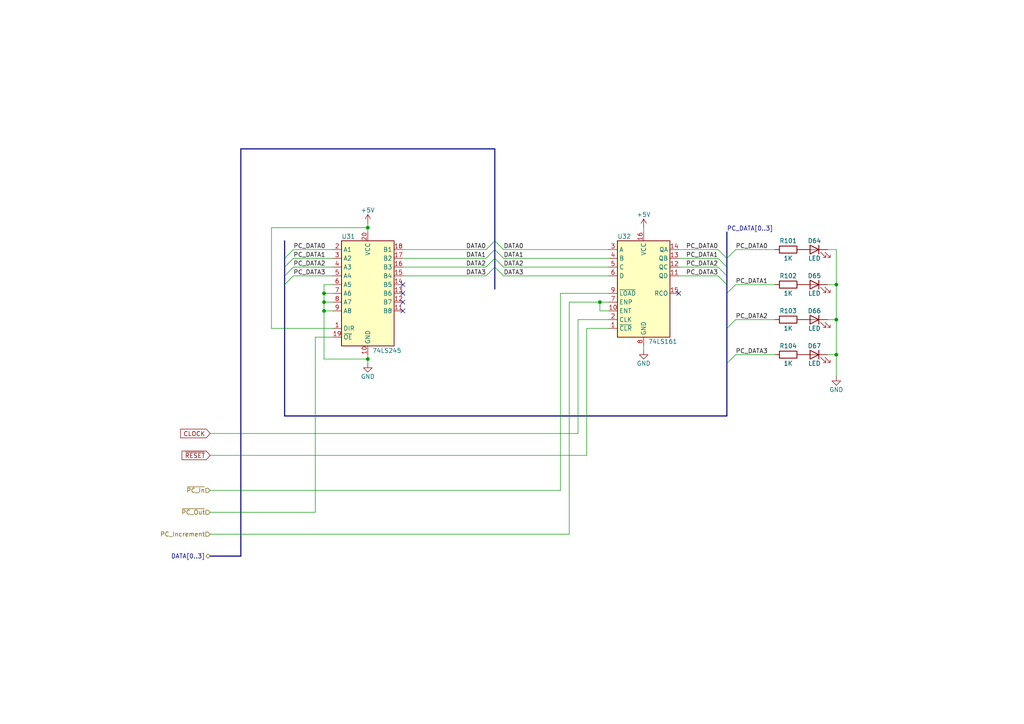
<source format=kicad_sch>
(kicad_sch (version 20231120) (generator "eeschema") (generator_version "8.0")
  (paper "A4")
  (title_block (title "8-Bit Computer - Program Counter Module") (date "2024-03-10") (rev "1") (comment 1 "Creator: Matan Brightbert"))
  (lib_symbols
    (symbol "Custom:74LS161"
      (property "Reference" "U" (at -7.62 15.24 0))
      (property "Value" "74LS161" (at 1.27 -15.24 0))
      (symbol "74LS161_0_1"
        (rectangle (start -7.62 13.97) (end 7.62 -13.97) (stroke (width 0.254)) (fill (type background)))
      )
      (symbol "74LS161_1_1"
        (pin input line (at -10.16 -11.43 0) (length 2.54) (name "~{CLR}") (number "1"))
        (pin input line (at -10.16 -6.35 0) (length 2.54) (name "ENT") (number "10"))
        (pin output line (at 10.16 3.81 180) (length 2.54) (name "QD") (number "11"))
        (pin output line (at 10.16 6.35 180) (length 2.54) (name "QC") (number "12"))
        (pin output line (at 10.16 8.89 180) (length 2.54) (name "QB") (number "13"))
        (pin output line (at 10.16 11.43 180) (length 2.54) (name "QA") (number "14"))
        (pin output line (at 10.16 -1.27 180) (length 2.54) (name "RCO") (number "15"))
        (pin power_in line (at 0 16.51 270) (length 2.54) (name "VCC") (number "16"))
        (pin input line (at -10.16 -8.89 0) (length 2.54) (name "CLK") (number "2"))
        (pin input line (at -10.16 11.43 0) (length 2.54) (name "A") (number "3"))
        (pin input line (at -10.16 8.89 0) (length 2.54) (name "B") (number "4"))
        (pin input line (at -10.16 6.35 0) (length 2.54) (name "C") (number "5"))
        (pin input line (at -10.16 3.81 0) (length 2.54) (name "D") (number "6"))
        (pin input line (at -10.16 -3.81 0) (length 2.54) (name "ENP") (number "7"))
        (pin power_in line (at 0 -16.51 90) (length 2.54) (name "GND") (number "8"))
        (pin input line (at -10.16 -1.27 0) (length 2.54) (name "~{LOAD}") (number "9"))
      )
    )
    (symbol "Custom:74LS245"
      (property "Reference" "U" (at -7.62 16.51 0))
      (property "Value" "74LS245" (at 1.27 -16.51 0))
      (symbol "74LS245_0_1"
        (rectangle (start -7.62 15.24) (end 7.62 -15.24) (stroke (width 0.254)) (fill (type background)))
      )
      (symbol "74LS245_1_1"
        (pin input line (at -10.16 -10.16 0) (length 2.54) (name "DIR") (number "1"))
        (pin power_in line (at 0 -17.78 90) (length 2.54) (name "GND") (number "10"))
        (pin bidirectional line (at 10.16 -5.08 180) (length 2.54) (name "B8") (number "11"))
        (pin bidirectional line (at 10.16 -2.54 180) (length 2.54) (name "B7") (number "12"))
        (pin bidirectional line (at 10.16 0 180) (length 2.54) (name "B6") (number "13"))
        (pin bidirectional line (at 10.16 2.54 180) (length 2.54) (name "B5") (number "14"))
        (pin bidirectional line (at 10.16 5.08 180) (length 2.54) (name "B4") (number "15"))
        (pin bidirectional line (at 10.16 7.62 180) (length 2.54) (name "B3") (number "16"))
        (pin bidirectional line (at 10.16 10.16 180) (length 2.54) (name "B2") (number "17"))
        (pin bidirectional line (at 10.16 12.7 180) (length 2.54) (name "B1") (number "18"))
        (pin input line (at -10.16 -12.7 0) (length 2.54) (name "~{OE}") (number "19"))
        (pin bidirectional line (at -10.16 12.7 0) (length 2.54) (name "A1") (number "2"))
        (pin power_in line (at 0 17.78 270) (length 2.54) (name "VCC") (number "20"))
        (pin bidirectional line (at -10.16 10.16 0) (length 2.54) (name "A2") (number "3"))
        (pin bidirectional line (at -10.16 7.62 0) (length 2.54) (name "A3") (number "4"))
        (pin bidirectional line (at -10.16 5.08 0) (length 2.54) (name "A4") (number "5"))
        (pin bidirectional line (at -10.16 2.54 0) (length 2.54) (name "A5") (number "6"))
        (pin bidirectional line (at -10.16 0 0) (length 2.54) (name "A6") (number "7"))
        (pin bidirectional line (at -10.16 -2.54 0) (length 2.54) (name "A7") (number "8"))
        (pin bidirectional line (at -10.16 -5.08 0) (length 2.54) (name "A8") (number "9"))
      )
    )
    (symbol "Device:LED" (pin_numbers hide) (pin_names (offset 1.016) hide)
      (property "Reference" "D" (at 0 2.54 0))
      (property "Value" "LED" (at 0 -2.54 0))
      (symbol "LED_0_1"
        (polyline (pts (xy -1.27 -1.27) (xy -1.27 1.27)) (stroke (width 0.254)))
        (polyline (pts (xy -1.27 0) (xy 1.27 0)))
        (polyline (pts (xy 1.27 -1.27) (xy 1.27 1.27) (xy -1.27 0) (xy 1.27 -1.27)) (stroke (width 0.254)))
        (polyline (pts (xy -3.048 -0.762) (xy -4.572 -2.286) (xy -3.81 -2.286) (xy -4.572 -2.286) (xy -4.572 -1.524)))
        (polyline (pts (xy -1.778 -0.762) (xy -3.302 -2.286) (xy -2.54 -2.286) (xy -3.302 -2.286) (xy -3.302 -1.524)))
      )
      (symbol "LED_1_1"
        (pin passive line (at -3.81 0 0) (length 2.54) (name "K") (number "1"))
        (pin passive line (at 3.81 0 180) (length 2.54) (name "A") (number "2"))
      )
    )
    (symbol "Device:R" (pin_numbers hide) (pin_names (offset 0))
      (property "Reference" "R" (at 2.032 0 90))
      (property "Value" "R" (at 0 0 90))
      (symbol "R_0_1"
        (rectangle (start -1.016 -2.54) (end 1.016 2.54) (stroke (width 0.254)))
      )
      (symbol "R_1_1"
        (pin passive line (at 0 3.81 270) (length 1.27) (name "~") (number "1"))
        (pin passive line (at 0 -3.81 90) (length 1.27) (name "~") (number "2"))
      )
    )
    (symbol "power:+5V" (power) (pin_numbers hide) (pin_names (offset 0) hide)
      (property "Value" "+5V" (at 0 3.556 0))
      (symbol "+5V_0_1"
        (polyline (pts (xy -0.762 1.27) (xy 0 2.54)))
        (polyline (pts (xy 0 0) (xy 0 2.54)))
        (polyline (pts (xy 0 2.54) (xy 0.762 1.27)))
      )
      (symbol "+5V_1_1"
        (pin power_in line (at 0 0 90) (length 0) (name "~") (number "1"))
      )
    )
    (symbol "power:GND" (power) (pin_numbers hide) (pin_names (offset 0) hide)
      (property "Value" "GND" (at 0 -3.81 0))
      (symbol "GND_0_1"
        (polyline (pts (xy 0 0) (xy 0 -1.27) (xy 1.27 -1.27) (xy 0 -2.54) (xy -1.27 -1.27) (xy 0 -1.27)))
      )
      (symbol "GND_1_1"
        (pin power_in line (at 0 0 270) (length 0) (name "~") (number "1"))
      )
    )
  )
  (junction (at 242.57 102.87))
  (junction (at 106.68 104.14))
  (junction (at 93.98 87.63))
  (junction (at 242.57 82.55))
  (junction (at 93.98 90.17))
  (junction (at 173.99 87.63))
  (junction (at 93.98 85.09))
  (junction (at 242.57 92.71))
  (junction (at 106.68 66.04))
  (no_connect (at 116.84 90.17))
  (no_connect (at 116.84 85.09))
  (no_connect (at 116.84 82.55))
  (no_connect (at 116.84 87.63))
  (no_connect (at 196.85 85.09))
  (bus_entry (at 143.51 69.85) (size 2.54 2.54))
  (bus_entry (at 208.28 74.93) (size 2.54 2.54))
  (bus_entry (at 143.51 72.39) (size -2.54 2.54))
  (bus_entry (at 143.51 77.47) (size -2.54 2.54))
  (bus_entry (at 213.36 72.39) (size -2.54 2.54))
  (bus_entry (at 208.28 77.47) (size 2.54 2.54))
  (bus_entry (at 208.28 72.39) (size 2.54 2.54))
  (bus_entry (at 213.36 82.55) (size -2.54 2.54))
  (bus_entry (at 143.51 74.93) (size -2.54 2.54))
  (bus_entry (at 143.51 77.47) (size 2.54 2.54))
  (bus_entry (at 85.09 80.01) (size -2.54 2.54))
  (bus_entry (at 213.36 92.71) (size -2.54 2.54))
  (bus_entry (at 85.09 72.39) (size -2.54 2.54))
  (bus_entry (at 85.09 77.47) (size -2.54 2.54))
  (bus_entry (at 143.51 74.93) (size 2.54 2.54))
  (bus_entry (at 143.51 72.39) (size 2.54 2.54))
  (bus_entry (at 208.28 80.01) (size 2.54 2.54))
  (bus_entry (at 85.09 74.93) (size -2.54 2.54))
  (bus_entry (at 213.36 102.87) (size -2.54 2.54))
  (bus_entry (at 143.51 69.85) (size -2.54 2.54))
  (wire (pts (xy 146.05 80.01) (xy 176.53 80.01)))
  (wire (pts (xy 167.64 92.71) (xy 176.53 92.71)))
  (wire (pts (xy 60.96 154.94) (xy 165.1 154.94)))
  (wire (pts (xy 173.99 87.63) (xy 165.1 87.63)))
  (wire (pts (xy 96.52 77.47) (xy 85.09 77.47)))
  (wire (pts (xy 106.68 64.77) (xy 106.68 66.04)))
  (wire (pts (xy 96.52 80.01) (xy 85.09 80.01)))
  (wire (pts (xy 186.69 66.04) (xy 186.69 67.31)))
  (wire (pts (xy 167.64 92.71) (xy 167.64 125.73)))
  (wire (pts (xy 91.44 97.79) (xy 96.52 97.79)))
  (wire (pts (xy 106.68 66.04) (xy 106.68 67.31)))
  (wire (pts (xy 60.96 132.08) (xy 170.18 132.08)))
  (wire (pts (xy 146.05 72.39) (xy 176.53 72.39)))
  (bus (pts (xy 82.55 77.47) (xy 82.55 80.01)))
  (wire (pts (xy 162.56 85.09) (xy 162.56 142.24)))
  (bus (pts (xy 210.82 85.09) (xy 210.82 95.25)))
  (wire (pts (xy 186.69 100.33) (xy 186.69 101.6)))
  (wire (pts (xy 173.99 87.63) (xy 176.53 87.63)))
  (wire (pts (xy 242.57 92.71) (xy 242.57 102.87)))
  (bus (pts (xy 143.51 77.47) (xy 143.51 83.82)))
  (bus (pts (xy 82.55 120.65) (xy 210.82 120.65)))
  (bus (pts (xy 82.55 69.85) (xy 82.55 74.93)))
  (wire (pts (xy 196.85 74.93) (xy 208.28 74.93)))
  (wire (pts (xy 196.85 80.01) (xy 208.28 80.01)))
  (wire (pts (xy 170.18 95.25) (xy 170.18 132.08)))
  (bus (pts (xy 210.82 77.47) (xy 210.82 80.01)))
  (wire (pts (xy 242.57 92.71) (xy 240.03 92.71)))
  (bus (pts (xy 210.82 105.41) (xy 210.82 120.65)))
  (wire (pts (xy 116.84 72.39) (xy 140.97 72.39)))
  (wire (pts (xy 60.96 125.73) (xy 167.64 125.73)))
  (bus (pts (xy 69.85 43.18) (xy 69.85 161.29)))
  (wire (pts (xy 106.68 104.14) (xy 106.68 102.87)))
  (wire (pts (xy 93.98 104.14) (xy 106.68 104.14)))
  (wire (pts (xy 78.74 66.04) (xy 106.68 66.04)))
  (wire (pts (xy 224.79 72.39) (xy 213.36 72.39)))
  (wire (pts (xy 60.96 142.24) (xy 162.56 142.24)))
  (wire (pts (xy 116.84 77.47) (xy 140.97 77.47)))
  (bus (pts (xy 143.51 74.93) (xy 143.51 77.47)))
  (wire (pts (xy 93.98 82.55) (xy 93.98 85.09)))
  (wire (pts (xy 116.84 80.01) (xy 140.97 80.01)))
  (wire (pts (xy 146.05 77.47) (xy 176.53 77.47)))
  (bus (pts (xy 143.51 72.39) (xy 143.51 74.93)))
  (wire (pts (xy 93.98 87.63) (xy 93.98 85.09)))
  (wire (pts (xy 116.84 74.93) (xy 140.97 74.93)))
  (bus (pts (xy 69.85 43.18) (xy 143.51 43.18)))
  (wire (pts (xy 242.57 82.55) (xy 240.03 82.55)))
  (bus (pts (xy 82.55 120.65) (xy 82.55 82.55)))
  (bus (pts (xy 143.51 43.18) (xy 143.51 69.85)))
  (wire (pts (xy 96.52 72.39) (xy 85.09 72.39)))
  (wire (pts (xy 242.57 82.55) (xy 242.57 92.71)))
  (wire (pts (xy 60.96 148.59) (xy 91.44 148.59)))
  (bus (pts (xy 210.82 82.55) (xy 210.82 85.09)))
  (wire (pts (xy 224.79 102.87) (xy 213.36 102.87)))
  (bus (pts (xy 210.82 80.01) (xy 210.82 82.55)))
  (wire (pts (xy 78.74 95.25) (xy 78.74 66.04)))
  (wire (pts (xy 176.53 90.17) (xy 173.99 90.17)))
  (wire (pts (xy 173.99 90.17) (xy 173.99 87.63)))
  (bus (pts (xy 60.96 161.29) (xy 69.85 161.29)))
  (wire (pts (xy 196.85 77.47) (xy 208.28 77.47)))
  (bus (pts (xy 210.82 67.31) (xy 210.82 74.93)))
  (wire (pts (xy 93.98 85.09) (xy 96.52 85.09)))
  (bus (pts (xy 82.55 74.93) (xy 82.55 77.47)))
  (wire (pts (xy 242.57 72.39) (xy 242.57 82.55)))
  (wire (pts (xy 96.52 74.93) (xy 85.09 74.93)))
  (wire (pts (xy 106.68 105.41) (xy 106.68 104.14)))
  (wire (pts (xy 176.53 95.25) (xy 170.18 95.25)))
  (bus (pts (xy 210.82 77.47) (xy 210.82 74.93)))
  (wire (pts (xy 93.98 90.17) (xy 93.98 87.63)))
  (wire (pts (xy 96.52 90.17) (xy 93.98 90.17)))
  (wire (pts (xy 162.56 85.09) (xy 176.53 85.09)))
  (wire (pts (xy 196.85 72.39) (xy 208.28 72.39)))
  (wire (pts (xy 93.98 90.17) (xy 93.98 104.14)))
  (wire (pts (xy 91.44 148.59) (xy 91.44 97.79)))
  (bus (pts (xy 82.55 80.01) (xy 82.55 82.55)))
  (wire (pts (xy 242.57 102.87) (xy 240.03 102.87)))
  (wire (pts (xy 165.1 87.63) (xy 165.1 154.94)))
  (wire (pts (xy 96.52 82.55) (xy 93.98 82.55)))
  (wire (pts (xy 224.79 82.55) (xy 213.36 82.55)))
  (wire (pts (xy 240.03 72.39) (xy 242.57 72.39)))
  (wire (pts (xy 96.52 95.25) (xy 78.74 95.25)))
  (wire (pts (xy 224.79 92.71) (xy 213.36 92.71)))
  (wire (pts (xy 242.57 109.22) (xy 242.57 102.87)))
  (bus (pts (xy 143.51 69.85) (xy 143.51 72.39)))
  (wire (pts (xy 96.52 87.63) (xy 93.98 87.63)))
  (bus (pts (xy 210.82 95.25) (xy 210.82 105.41)))
  (wire (pts (xy 146.05 74.93) (xy 176.53 74.93)))
  (label "PC_DATA[0..3]" (at 210.82 67.31 0))
  (label "DATA0" (at 140.97 72.39 180))
  (label "DATA1" (at 146.05 74.93 0))
  (label "DATA3" (at 140.97 80.01 180))
  (label "PC_DATA1" (at 85.09 74.93 0))
  (label "PC_DATA1" (at 208.28 74.93 180))
  (label "PC_DATA3" (at 208.28 80.01 180))
  (label "PC_DATA1" (at 213.36 82.55 0))
  (label "DATA3" (at 146.05 80.01 0))
  (label "PC_DATA3" (at 85.09 80.01 0))
  (label "PC_DATA2" (at 213.36 92.71 0))
  (label "PC_DATA0" (at 213.36 72.39 0))
  (label "PC_DATA0" (at 85.09 72.39 0))
  (label "DATA0" (at 146.05 72.39 0))
  (label "DATA2" (at 146.05 77.47 0))
  (label "PC_DATA2" (at 85.09 77.47 0))
  (label "PC_DATA0" (at 208.28 72.39 180))
  (label "DATA2" (at 140.97 77.47 180))
  (label "PC_DATA3" (at 213.36 102.87 0))
  (label "DATA1" (at 140.97 74.93 180))
  (label "PC_DATA2" (at 208.28 77.47 180))
  (global_label "CLOCK" (shape input) (at 60.96 125.73 180) (property "Intersheetrefs" "${INTERSHEET_REFS}" (effects (hide yes))))
  (global_label "~{RESET}" (shape input) (at 60.96 132.08 180) (property "Intersheetrefs" "${INTERSHEET_REFS}" (effects (hide yes))))
  (hierarchical_label "DATA[0..3]" (shape bidirectional) (at 60.96 161.29 180))
  (hierarchical_label "~{PC_In}" (shape input) (at 60.96 142.24 180))
  (hierarchical_label "PC_Increment" (shape input) (at 60.96 154.94 180))
  (hierarchical_label "~{PC_Out}" (shape input) (at 60.96 148.59 180))
  (symbol (lib_id "power:GND") (at 106.68 105.41 0) (unit 1)
    (property "Reference" "#PWR070" (effects (hide yes)))
    (property "Value" "GND" (at 106.68 109.22 0))
    (property "Description" "Power symbol creates a global label with name \"GND\" , ground" (effects (hide yes)))
  )
  (symbol (lib_id "power:GND") (at 242.57 109.22 0) (unit 1)
    (property "Reference" "#PWR073" (effects (hide yes)))
    (property "Value" "GND" (at 242.57 113.03 0))
    (property "Description" "Power symbol creates a global label with name \"GND\" , ground" (effects (hide yes)))
  )
  (symbol (lib_id "Device:LED") (at 236.22 92.71 0) (mirror y) (unit 1)
    (property "Reference" "D66" (at 236.22 90.17 0))
    (property "Value" "LED" (at 236.22 95.25 0))
    (property "Footprint" "LED_THT:LED_D3.0mm" (effects (hide yes)))
    (property "Description" "Light emitting diode" (effects (hide yes)))
  )
  (symbol (lib_id "Device:R") (at 228.6 82.55 90) (unit 1)
    (property "Reference" "R102" (at 228.6 80.01 90))
    (property "Value" "1K" (at 228.6 85.09 90))
    (property "Footprint" "Resistor_THT:R_Axial_DIN0207_L6.3mm_D2.5mm_P7.62mm_Horizontal" (effects (hide yes)))
    (property "Description" "Resistor" (effects (hide yes)))
  )
  (symbol (lib_id "Device:LED") (at 236.22 102.87 0) (mirror y) (unit 1)
    (property "Reference" "D67" (at 236.22 100.33 0))
    (property "Value" "LED" (at 236.22 105.41 0))
    (property "Footprint" "LED_THT:LED_D3.0mm" (effects (hide yes)))
    (property "Description" "Light emitting diode" (effects (hide yes)))
  )
  (symbol (lib_id "Device:R") (at 228.6 102.87 90) (unit 1)
    (property "Reference" "R104" (at 228.6 100.33 90))
    (property "Value" "1K" (at 228.6 105.41 90))
    (property "Footprint" "Resistor_THT:R_Axial_DIN0207_L6.3mm_D2.5mm_P7.62mm_Horizontal" (effects (hide yes)))
    (property "Description" "Resistor" (effects (hide yes)))
  )
  (symbol (lib_id "Device:LED") (at 236.22 82.55 0) (mirror y) (unit 1)
    (property "Reference" "D65" (at 236.22 80.01 0))
    (property "Value" "LED" (at 236.22 85.09 0))
    (property "Footprint" "LED_THT:LED_D3.0mm" (effects (hide yes)))
    (property "Description" "Light emitting diode" (effects (hide yes)))
  )
  (symbol (lib_id "power:+5V") (at 106.68 64.77 0) (unit 1)
    (property "Reference" "#PWR069" (effects (hide yes)))
    (property "Value" "+5V" (at 106.68 60.96 0))
    (property "Description" "Power symbol creates a global label with name \"+5V\"" (effects (hide yes)))
  )
  (symbol (lib_id "Custom:74LS245") (at 106.68 85.09 0) (unit 1)
    (property "Reference" "U31" (at 99.06 68.58 0) (effects (justify left)))
    (property "Value" "74LS245" (at 107.95 100.965 0) (effects (justify left top)))
    (property "Footprint" "Package_DIP:DIP-20_W7.62mm" (effects (hide yes)))
  )
  (symbol (lib_id "Device:LED") (at 236.22 72.39 0) (mirror y) (unit 1)
    (property "Reference" "D64" (at 236.22 69.85 0))
    (property "Value" "LED" (at 236.22 74.93 0))
    (property "Footprint" "LED_THT:LED_D3.0mm" (effects (hide yes)))
    (property "Description" "Light emitting diode" (effects (hide yes)))
  )
  (symbol (lib_id "power:GND") (at 186.69 101.6 0) (unit 1)
    (property "Reference" "#PWR072" (effects (hide yes)))
    (property "Value" "GND" (at 186.69 105.41 0))
    (property "Description" "Power symbol creates a global label with name \"GND\" , ground" (effects (hide yes)))
  )
  (symbol (lib_id "Device:R") (at 228.6 92.71 90) (unit 1)
    (property "Reference" "R103" (at 228.6 90.17 90))
    (property "Value" "1K" (at 228.6 95.25 90))
    (property "Footprint" "Resistor_THT:R_Axial_DIN0207_L6.3mm_D2.5mm_P7.62mm_Horizontal" (effects (hide yes)))
    (property "Description" "Resistor" (effects (hide yes)))
  )
  (symbol (lib_id "Custom:74LS161") (at 186.69 83.82 0) (unit 1)
    (property "Reference" "U32" (at 179.07 68.58 0) (effects (justify left)))
    (property "Value" "74LS161" (at 187.96 99.06 0) (effects (justify left)))
    (property "Footprint" "Package_DIP:DIP-16_W7.62mm" (effects (hide yes)))
  )
  (symbol (lib_id "power:+5V") (at 186.69 66.04 0) (unit 1)
    (property "Reference" "#PWR071" (effects (hide yes)))
    (property "Value" "+5V" (at 186.69 62.23 0))
    (property "Description" "Power symbol creates a global label with name \"+5V\"" (effects (hide yes)))
  )
  (symbol (lib_id "Device:R") (at 228.6 72.39 90) (unit 1)
    (property "Reference" "R101" (at 228.6 69.85 90))
    (property "Value" "1K" (at 228.6 74.93 90))
    (property "Footprint" "Resistor_THT:R_Axial_DIN0207_L6.3mm_D2.5mm_P7.62mm_Horizontal" (effects (hide yes)))
    (property "Description" "Resistor" (effects (hide yes)))
  )
)
</source>
